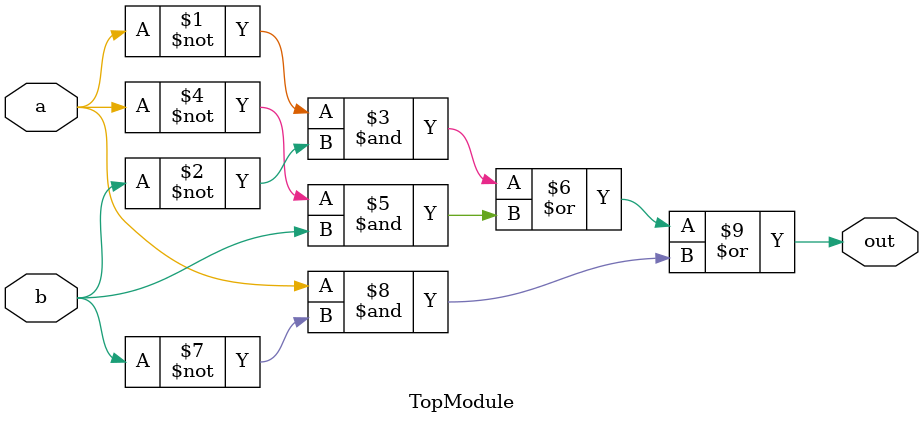
<source format=sv>

module TopModule (
  input a,
  input b,
  output out
);

// Implement XOR using NOT and AND
assign out = (~a & ~b) | 
             ( ~a & b ) |
             ( a & ~b );

endmodule

// VERILOG-EVAL: errant inclusion of module definition

</source>
